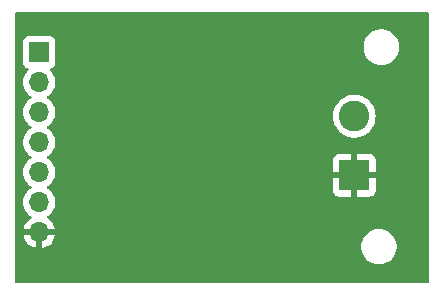
<source format=gbl>
G04 #@! TF.GenerationSoftware,KiCad,Pcbnew,7.0.2*
G04 #@! TF.CreationDate,2023-10-22T17:07:00+02:00*
G04 #@! TF.ProjectId,aansturing lamp pcb,61616e73-7475-4726-996e-67206c616d70,rev?*
G04 #@! TF.SameCoordinates,Original*
G04 #@! TF.FileFunction,Copper,L2,Bot*
G04 #@! TF.FilePolarity,Positive*
%FSLAX46Y46*%
G04 Gerber Fmt 4.6, Leading zero omitted, Abs format (unit mm)*
G04 Created by KiCad (PCBNEW 7.0.2) date 2023-10-22 17:07:00*
%MOMM*%
%LPD*%
G01*
G04 APERTURE LIST*
G04 #@! TA.AperFunction,ComponentPad*
%ADD10R,2.600000X2.600000*%
G04 #@! TD*
G04 #@! TA.AperFunction,ComponentPad*
%ADD11C,2.600000*%
G04 #@! TD*
G04 #@! TA.AperFunction,ComponentPad*
%ADD12R,1.700000X1.700000*%
G04 #@! TD*
G04 #@! TA.AperFunction,ComponentPad*
%ADD13O,1.700000X1.700000*%
G04 #@! TD*
G04 #@! TA.AperFunction,ViaPad*
%ADD14C,0.800000*%
G04 #@! TD*
G04 APERTURE END LIST*
D10*
X108712000Y-85852000D03*
D11*
X108712000Y-80852000D03*
D12*
X82042000Y-75438000D03*
D13*
X82042000Y-77978000D03*
X82042000Y-80518000D03*
X82042000Y-83058000D03*
X82042000Y-85598000D03*
X82042000Y-88138000D03*
X82042000Y-90678000D03*
D14*
X91948000Y-80391000D03*
X88011000Y-85979000D03*
X95123000Y-86233000D03*
X99060000Y-84328000D03*
G04 #@! TA.AperFunction,Conductor*
G36*
X114942539Y-72020185D02*
G01*
X114988294Y-72072989D01*
X114999500Y-72124500D01*
X114999500Y-94872000D01*
X114979815Y-94939039D01*
X114927011Y-94984794D01*
X114875500Y-94996000D01*
X80134000Y-94996000D01*
X80066961Y-94976315D01*
X80021206Y-94923511D01*
X80010000Y-94872000D01*
X80010000Y-92024335D01*
X109299500Y-92024335D01*
X109340429Y-92269614D01*
X109421172Y-92504810D01*
X109539526Y-92723509D01*
X109539529Y-92723514D01*
X109675036Y-92897612D01*
X109692262Y-92919744D01*
X109875215Y-93088164D01*
X110083393Y-93224173D01*
X110311119Y-93324063D01*
X110552179Y-93385108D01*
X110737933Y-93400500D01*
X110740503Y-93400500D01*
X110859497Y-93400500D01*
X110862067Y-93400500D01*
X111047821Y-93385108D01*
X111288881Y-93324063D01*
X111516607Y-93224173D01*
X111724785Y-93088164D01*
X111907738Y-92919744D01*
X112060474Y-92723509D01*
X112178828Y-92504810D01*
X112259571Y-92269614D01*
X112300500Y-92024335D01*
X112300500Y-91775665D01*
X112259571Y-91530386D01*
X112178828Y-91295190D01*
X112060474Y-91076491D01*
X112060471Y-91076487D01*
X112060470Y-91076485D01*
X111907740Y-90880259D01*
X111907738Y-90880256D01*
X111724785Y-90711836D01*
X111516607Y-90575827D01*
X111516604Y-90575825D01*
X111391523Y-90520960D01*
X111288881Y-90475937D01*
X111099579Y-90427999D01*
X111047822Y-90414892D01*
X111013854Y-90412077D01*
X110862067Y-90399500D01*
X110737933Y-90399500D01*
X110620111Y-90409262D01*
X110552177Y-90414892D01*
X110430087Y-90445810D01*
X110311119Y-90475937D01*
X110311116Y-90475938D01*
X110311117Y-90475938D01*
X110083395Y-90575825D01*
X109944607Y-90666499D01*
X109875215Y-90711836D01*
X109833879Y-90749889D01*
X109692259Y-90880259D01*
X109539529Y-91076485D01*
X109421170Y-91295194D01*
X109340429Y-91530384D01*
X109340429Y-91530386D01*
X109299500Y-91775665D01*
X109299500Y-92024335D01*
X80010000Y-92024335D01*
X80010000Y-88137999D01*
X80678843Y-88137999D01*
X80697435Y-88362363D01*
X80752705Y-88580618D01*
X80843138Y-88786788D01*
X80843140Y-88786791D01*
X80966278Y-88975268D01*
X81118760Y-89140906D01*
X81296424Y-89279189D01*
X81339697Y-89302607D01*
X81389287Y-89351825D01*
X81404395Y-89420042D01*
X81380225Y-89485598D01*
X81351803Y-89513236D01*
X81170918Y-89639893D01*
X81003890Y-89806921D01*
X80868400Y-90000421D01*
X80768569Y-90214507D01*
X80711364Y-90427999D01*
X80711364Y-90428000D01*
X81608314Y-90428000D01*
X81582507Y-90468156D01*
X81542000Y-90606111D01*
X81542000Y-90749889D01*
X81582507Y-90887844D01*
X81608314Y-90928000D01*
X80711364Y-90928000D01*
X80768569Y-91141492D01*
X80868399Y-91355576D01*
X81003893Y-91549081D01*
X81170918Y-91716106D01*
X81364423Y-91851600D01*
X81578509Y-91951430D01*
X81792000Y-92008634D01*
X81792000Y-91113501D01*
X81899685Y-91162680D01*
X82006237Y-91178000D01*
X82077763Y-91178000D01*
X82184315Y-91162680D01*
X82291999Y-91113501D01*
X82291999Y-92008633D01*
X82505490Y-91951430D01*
X82719576Y-91851600D01*
X82913081Y-91716106D01*
X83080106Y-91549081D01*
X83215600Y-91355576D01*
X83315430Y-91141492D01*
X83372636Y-90928000D01*
X82475686Y-90928000D01*
X82501493Y-90887844D01*
X82542000Y-90749889D01*
X82542000Y-90606111D01*
X82501493Y-90468156D01*
X82475686Y-90428000D01*
X83372636Y-90428000D01*
X83372635Y-90427999D01*
X83315430Y-90214507D01*
X83215599Y-90000421D01*
X83080109Y-89806921D01*
X82913081Y-89639893D01*
X82732197Y-89513236D01*
X82688572Y-89458659D01*
X82681380Y-89389160D01*
X82712902Y-89326806D01*
X82744301Y-89302607D01*
X82787576Y-89279189D01*
X82965240Y-89140906D01*
X83117722Y-88975268D01*
X83240860Y-88786791D01*
X83331296Y-88580616D01*
X83386564Y-88362368D01*
X83405156Y-88138000D01*
X83386564Y-87913632D01*
X83331296Y-87695384D01*
X83240860Y-87489209D01*
X83117722Y-87300732D01*
X83021785Y-87196518D01*
X106912000Y-87196518D01*
X106912354Y-87203132D01*
X106918400Y-87259371D01*
X106968647Y-87394089D01*
X107054811Y-87509188D01*
X107169910Y-87595352D01*
X107304628Y-87645599D01*
X107360867Y-87651645D01*
X107367482Y-87652000D01*
X108462000Y-87652000D01*
X108462000Y-86456310D01*
X108470817Y-86461158D01*
X108629886Y-86502000D01*
X108752894Y-86502000D01*
X108874933Y-86486583D01*
X108961999Y-86452110D01*
X108961999Y-87652000D01*
X110056518Y-87652000D01*
X110063132Y-87651645D01*
X110119371Y-87645599D01*
X110254089Y-87595352D01*
X110369188Y-87509188D01*
X110455352Y-87394089D01*
X110505599Y-87259371D01*
X110511645Y-87203132D01*
X110512000Y-87196518D01*
X110512000Y-86102000D01*
X109312728Y-86102000D01*
X109335100Y-86054457D01*
X109365873Y-85893138D01*
X109355561Y-85729234D01*
X109314220Y-85602000D01*
X110512000Y-85602000D01*
X110512000Y-84507481D01*
X110511645Y-84500867D01*
X110505599Y-84444628D01*
X110455352Y-84309910D01*
X110369188Y-84194811D01*
X110254089Y-84108647D01*
X110119371Y-84058400D01*
X110063132Y-84052354D01*
X110056518Y-84052000D01*
X108962000Y-84052000D01*
X108961999Y-85247688D01*
X108953183Y-85242842D01*
X108794114Y-85202000D01*
X108671106Y-85202000D01*
X108549067Y-85217417D01*
X108462000Y-85251889D01*
X108462000Y-84052000D01*
X107367482Y-84052000D01*
X107360867Y-84052354D01*
X107304628Y-84058400D01*
X107169910Y-84108647D01*
X107054811Y-84194811D01*
X106968647Y-84309910D01*
X106918400Y-84444628D01*
X106912354Y-84500867D01*
X106912000Y-84507481D01*
X106912000Y-85602000D01*
X108111272Y-85602000D01*
X108088900Y-85649543D01*
X108058127Y-85810862D01*
X108068439Y-85974766D01*
X108109780Y-86102000D01*
X106912000Y-86102000D01*
X106912000Y-87196518D01*
X83021785Y-87196518D01*
X82965240Y-87135094D01*
X82787576Y-86996811D01*
X82751067Y-86977053D01*
X82701478Y-86927836D01*
X82686370Y-86859619D01*
X82710540Y-86794063D01*
X82751067Y-86758946D01*
X82787576Y-86739189D01*
X82965240Y-86600906D01*
X83117722Y-86435268D01*
X83240860Y-86246791D01*
X83331296Y-86040616D01*
X83386564Y-85822368D01*
X83405156Y-85598000D01*
X83386564Y-85373632D01*
X83331296Y-85155384D01*
X83240860Y-84949209D01*
X83117722Y-84760732D01*
X82965240Y-84595094D01*
X82787576Y-84456811D01*
X82787575Y-84456810D01*
X82751067Y-84437053D01*
X82701477Y-84387833D01*
X82686370Y-84319616D01*
X82710541Y-84254061D01*
X82751066Y-84218946D01*
X82787576Y-84199189D01*
X82965240Y-84060906D01*
X83117722Y-83895268D01*
X83240860Y-83706791D01*
X83331296Y-83500616D01*
X83386564Y-83282368D01*
X83405156Y-83058000D01*
X83386564Y-82833632D01*
X83331296Y-82615384D01*
X83240860Y-82409209D01*
X83117722Y-82220732D01*
X82965240Y-82055094D01*
X82787576Y-81916811D01*
X82751067Y-81897053D01*
X82701478Y-81847836D01*
X82686370Y-81779619D01*
X82710540Y-81714063D01*
X82751067Y-81678946D01*
X82787576Y-81659189D01*
X82965240Y-81520906D01*
X83117722Y-81355268D01*
X83240860Y-81166791D01*
X83331296Y-80960616D01*
X83358801Y-80852000D01*
X106898428Y-80852000D01*
X106918684Y-81122297D01*
X106979001Y-81386561D01*
X107031728Y-81520906D01*
X107078029Y-81638879D01*
X107213557Y-81873621D01*
X107382558Y-82085542D01*
X107581257Y-82269907D01*
X107805215Y-82422599D01*
X108049428Y-82540206D01*
X108293140Y-82615381D01*
X108308442Y-82620101D01*
X108576471Y-82660500D01*
X108576472Y-82660500D01*
X108847529Y-82660500D01*
X108981543Y-82640300D01*
X109115558Y-82620101D01*
X109374572Y-82540206D01*
X109618786Y-82422599D01*
X109842743Y-82269907D01*
X109842746Y-82269903D01*
X109842749Y-82269902D01*
X109930883Y-82188124D01*
X110041442Y-82085542D01*
X110210443Y-81873621D01*
X110345971Y-81638879D01*
X110444999Y-81386559D01*
X110505315Y-81122299D01*
X110525571Y-80852000D01*
X110505315Y-80581701D01*
X110444999Y-80317441D01*
X110345971Y-80065121D01*
X110210443Y-79830379D01*
X110041442Y-79618458D01*
X110041438Y-79618454D01*
X109842749Y-79434097D01*
X109758723Y-79376809D01*
X109618786Y-79281401D01*
X109374572Y-79163794D01*
X109294013Y-79138945D01*
X109115557Y-79083898D01*
X108847529Y-79043500D01*
X108847528Y-79043500D01*
X108576472Y-79043500D01*
X108576471Y-79043500D01*
X108308442Y-79083898D01*
X108049428Y-79163794D01*
X107805217Y-79281399D01*
X107581255Y-79434094D01*
X107382558Y-79618458D01*
X107213556Y-79830380D01*
X107078028Y-80065122D01*
X106979001Y-80317438D01*
X106918684Y-80581702D01*
X106898428Y-80852000D01*
X83358801Y-80852000D01*
X83386564Y-80742368D01*
X83405156Y-80518000D01*
X83386564Y-80293632D01*
X83331296Y-80075384D01*
X83240860Y-79869209D01*
X83117722Y-79680732D01*
X82965240Y-79515094D01*
X82787576Y-79376811D01*
X82751067Y-79357053D01*
X82701478Y-79307836D01*
X82686370Y-79239619D01*
X82710540Y-79174063D01*
X82751067Y-79138946D01*
X82787576Y-79119189D01*
X82965240Y-78980906D01*
X83117722Y-78815268D01*
X83240860Y-78626791D01*
X83331296Y-78420616D01*
X83386564Y-78202368D01*
X83405156Y-77978000D01*
X83386564Y-77753632D01*
X83331296Y-77535384D01*
X83240860Y-77329209D01*
X83117722Y-77140732D01*
X83117721Y-77140731D01*
X83117718Y-77140726D01*
X82972510Y-76982990D01*
X82941587Y-76920336D01*
X82949447Y-76850910D01*
X82993594Y-76796754D01*
X83020396Y-76782829D01*
X83138204Y-76738889D01*
X83255261Y-76651261D01*
X83342889Y-76534204D01*
X83393989Y-76397201D01*
X83400500Y-76336638D01*
X83400500Y-75124335D01*
X109499500Y-75124335D01*
X109540429Y-75369614D01*
X109621172Y-75604810D01*
X109739526Y-75823509D01*
X109739529Y-75823514D01*
X109875036Y-75997612D01*
X109892262Y-76019744D01*
X110075215Y-76188164D01*
X110283393Y-76324173D01*
X110511119Y-76424063D01*
X110752179Y-76485108D01*
X110937933Y-76500500D01*
X110940503Y-76500500D01*
X111059497Y-76500500D01*
X111062067Y-76500500D01*
X111247821Y-76485108D01*
X111488881Y-76424063D01*
X111716607Y-76324173D01*
X111924785Y-76188164D01*
X112107738Y-76019744D01*
X112260474Y-75823509D01*
X112378828Y-75604810D01*
X112459571Y-75369614D01*
X112500500Y-75124335D01*
X112500500Y-74875665D01*
X112459571Y-74630386D01*
X112378828Y-74395190D01*
X112260474Y-74176491D01*
X112260471Y-74176487D01*
X112260470Y-74176485D01*
X112107740Y-73980259D01*
X112107738Y-73980256D01*
X111924785Y-73811836D01*
X111716607Y-73675827D01*
X111716604Y-73675825D01*
X111591523Y-73620960D01*
X111488881Y-73575937D01*
X111308867Y-73530351D01*
X111247822Y-73514892D01*
X111213854Y-73512077D01*
X111062067Y-73499500D01*
X110937933Y-73499500D01*
X110820111Y-73509262D01*
X110752177Y-73514892D01*
X110630087Y-73545810D01*
X110511119Y-73575937D01*
X110511116Y-73575938D01*
X110511117Y-73575938D01*
X110283395Y-73675825D01*
X110144607Y-73766499D01*
X110075215Y-73811836D01*
X110075213Y-73811837D01*
X110075214Y-73811837D01*
X109892259Y-73980259D01*
X109739529Y-74176485D01*
X109621170Y-74395194D01*
X109540429Y-74630384D01*
X109540429Y-74630386D01*
X109499500Y-74875665D01*
X109499500Y-75124335D01*
X83400500Y-75124335D01*
X83400500Y-74539362D01*
X83393989Y-74478799D01*
X83393988Y-74478797D01*
X83393988Y-74478794D01*
X83342889Y-74341796D01*
X83255261Y-74224738D01*
X83138203Y-74137110D01*
X83001205Y-74086011D01*
X82943924Y-74079853D01*
X82943918Y-74079852D01*
X82940638Y-74079500D01*
X81143362Y-74079500D01*
X81140082Y-74079852D01*
X81140075Y-74079853D01*
X81082794Y-74086011D01*
X80945796Y-74137110D01*
X80828738Y-74224738D01*
X80741110Y-74341796D01*
X80690011Y-74478794D01*
X80683853Y-74536075D01*
X80683500Y-74539362D01*
X80683500Y-76336638D01*
X80683852Y-76339918D01*
X80683853Y-76339924D01*
X80690011Y-76397205D01*
X80741110Y-76534203D01*
X80828738Y-76651261D01*
X80945793Y-76738887D01*
X80945796Y-76738889D01*
X81063596Y-76782826D01*
X81119527Y-76824697D01*
X81143944Y-76890161D01*
X81129092Y-76958434D01*
X81111490Y-76982990D01*
X80966279Y-77140730D01*
X80843138Y-77329211D01*
X80752705Y-77535381D01*
X80697435Y-77753636D01*
X80678843Y-77977999D01*
X80697435Y-78202363D01*
X80752705Y-78420618D01*
X80843138Y-78626788D01*
X80843140Y-78626791D01*
X80966278Y-78815268D01*
X81118760Y-78980906D01*
X81296424Y-79119189D01*
X81296426Y-79119190D01*
X81332931Y-79138946D01*
X81382521Y-79188165D01*
X81397629Y-79256382D01*
X81373458Y-79321937D01*
X81332931Y-79357054D01*
X81296426Y-79376809D01*
X81118760Y-79515094D01*
X80966279Y-79680730D01*
X80843138Y-79869211D01*
X80752705Y-80075381D01*
X80697435Y-80293636D01*
X80678843Y-80518000D01*
X80697435Y-80742363D01*
X80697435Y-80742366D01*
X80697436Y-80742368D01*
X80725198Y-80851999D01*
X80752705Y-80960618D01*
X80843138Y-81166788D01*
X80843140Y-81166791D01*
X80966278Y-81355268D01*
X81118760Y-81520906D01*
X81296424Y-81659189D01*
X81332930Y-81678945D01*
X81382520Y-81728162D01*
X81397630Y-81796379D01*
X81373459Y-81861935D01*
X81332933Y-81897052D01*
X81296427Y-81916809D01*
X81118760Y-82055094D01*
X80966279Y-82220730D01*
X80843138Y-82409211D01*
X80752705Y-82615381D01*
X80752704Y-82615384D01*
X80741279Y-82660500D01*
X80697435Y-82833636D01*
X80678843Y-83058000D01*
X80697435Y-83282363D01*
X80752705Y-83500618D01*
X80843138Y-83706788D01*
X80843140Y-83706791D01*
X80966278Y-83895268D01*
X81118760Y-84060906D01*
X81296424Y-84199189D01*
X81332930Y-84218945D01*
X81382520Y-84268162D01*
X81397630Y-84336379D01*
X81373459Y-84401935D01*
X81332933Y-84437052D01*
X81296427Y-84456809D01*
X81296425Y-84456810D01*
X81296424Y-84456811D01*
X81231324Y-84507481D01*
X81118760Y-84595094D01*
X80966279Y-84760730D01*
X80843138Y-84949211D01*
X80752705Y-85155381D01*
X80697435Y-85373636D01*
X80678843Y-85598000D01*
X80697435Y-85822363D01*
X80697435Y-85822366D01*
X80697436Y-85822368D01*
X80736028Y-85974766D01*
X80752705Y-86040618D01*
X80843138Y-86246788D01*
X80843140Y-86246791D01*
X80966278Y-86435268D01*
X81118760Y-86600906D01*
X81296424Y-86739189D01*
X81296426Y-86739190D01*
X81332931Y-86758946D01*
X81382521Y-86808165D01*
X81397629Y-86876382D01*
X81373458Y-86941937D01*
X81332931Y-86977054D01*
X81296426Y-86996809D01*
X81118760Y-87135094D01*
X80966279Y-87300730D01*
X80843138Y-87489211D01*
X80752705Y-87695381D01*
X80697435Y-87913636D01*
X80678843Y-88137999D01*
X80010000Y-88137999D01*
X80010000Y-72124500D01*
X80029685Y-72057461D01*
X80082489Y-72011706D01*
X80134000Y-72000500D01*
X114875500Y-72000500D01*
X114942539Y-72020185D01*
G37*
G04 #@! TD.AperFunction*
M02*

</source>
